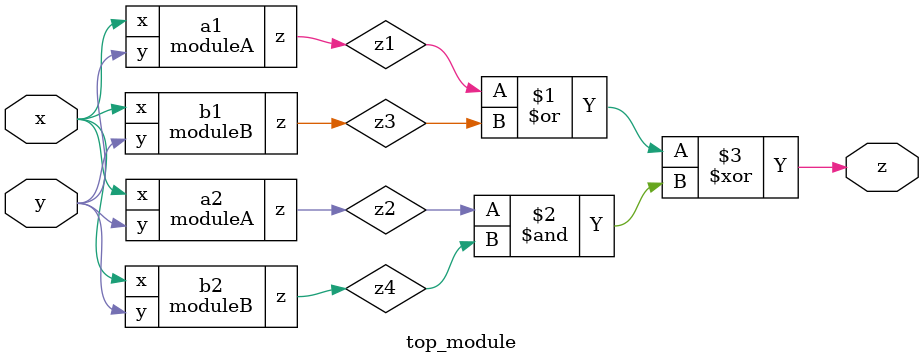
<source format=sv>
module moduleA(
    input x,
    input y,
    output z
);

assign z = (x ^ y) & x;

endmodule
module moduleB(
    input x,
    input y,
    output z
);

reg z;

always @(x, y) begin
    case ({x, y})
        2'b00, 2'b01, 2'b10: z = 1'b1;
        2'b11: z = 1'b0;
        default: z = 1'bx;
    endcase
end

endmodule
module top_module(
    input x,
    input y,
    output z
);

wire z1, z2, z3, z4;

moduleA a1(
    .x(x),
    .y(y),
    .z(z1)
);

moduleA a2(
    .x(x),
    .y(y),
    .z(z2)
);

moduleB b1(
    .x(x),
    .y(y),
    .z(z3)
);

moduleB b2(
    .x(x),
    .y(y),
    .z(z4)
);

assign z = (z1 | z3) ^ (z2 & z4);

endmodule

</source>
